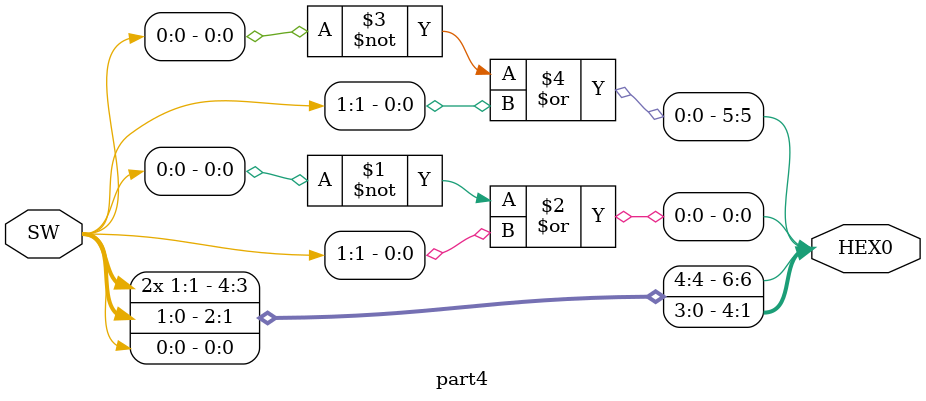
<source format=v>
module part4(SW, HEX0);
	input [1:0] SW;
	output [6:0] HEX0;
	
	assign HEX0[0] = ~SW[0]|SW[1];
	assign HEX0[1] = SW[0];
	assign HEX0[2] = SW[0];
	assign HEX0[3] = SW[1];
	assign HEX0[4] = SW[1];
	assign HEX0[5] = ~SW[0] | SW[1];
	assign HEX0[6] = SW[1];

endmodule
	
	
	
</source>
